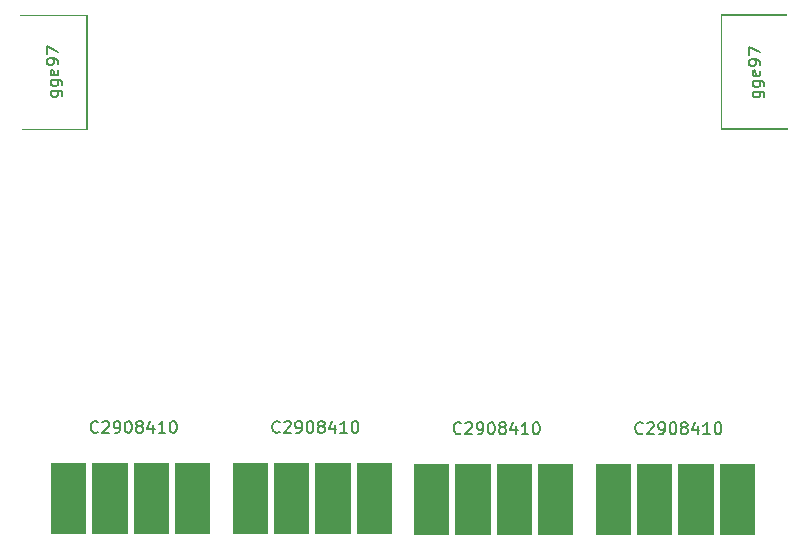
<source format=gbr>
%TF.GenerationSoftware,KiCad,Pcbnew,(6.0.9)*%
%TF.CreationDate,2023-11-09T13:22:23+05:30*%
%TF.ProjectId,Modular-I2C-4PxRJ45-Relay-Driver,4d6f6475-6c61-4722-9d49-32432d345078,2*%
%TF.SameCoordinates,Original*%
%TF.FileFunction,Other,Comment*%
%FSLAX46Y46*%
G04 Gerber Fmt 4.6, Leading zero omitted, Abs format (unit mm)*
G04 Created by KiCad (PCBNEW (6.0.9)) date 2023-11-09 13:22:23*
%MOMM*%
%LPD*%
G01*
G04 APERTURE LIST*
%ADD10C,0.150000*%
G04 APERTURE END LIST*
D10*
%TO.C,J14*%
X149848590Y-91146042D02*
X149800971Y-91193661D01*
X149658114Y-91241280D01*
X149562876Y-91241280D01*
X149420019Y-91193661D01*
X149324780Y-91098423D01*
X149277161Y-91003185D01*
X149229542Y-90812709D01*
X149229542Y-90669852D01*
X149277161Y-90479376D01*
X149324780Y-90384138D01*
X149420019Y-90288900D01*
X149562876Y-90241280D01*
X149658114Y-90241280D01*
X149800971Y-90288900D01*
X149848590Y-90336519D01*
X150229542Y-90336519D02*
X150277161Y-90288900D01*
X150372400Y-90241280D01*
X150610495Y-90241280D01*
X150705733Y-90288900D01*
X150753352Y-90336519D01*
X150800971Y-90431757D01*
X150800971Y-90526995D01*
X150753352Y-90669852D01*
X150181923Y-91241280D01*
X150800971Y-91241280D01*
X151277161Y-91241280D02*
X151467638Y-91241280D01*
X151562876Y-91193661D01*
X151610495Y-91146042D01*
X151705733Y-91003185D01*
X151753352Y-90812709D01*
X151753352Y-90431757D01*
X151705733Y-90336519D01*
X151658114Y-90288900D01*
X151562876Y-90241280D01*
X151372400Y-90241280D01*
X151277161Y-90288900D01*
X151229542Y-90336519D01*
X151181923Y-90431757D01*
X151181923Y-90669852D01*
X151229542Y-90765090D01*
X151277161Y-90812709D01*
X151372400Y-90860328D01*
X151562876Y-90860328D01*
X151658114Y-90812709D01*
X151705733Y-90765090D01*
X151753352Y-90669852D01*
X152372400Y-90241280D02*
X152467638Y-90241280D01*
X152562876Y-90288900D01*
X152610495Y-90336519D01*
X152658114Y-90431757D01*
X152705733Y-90622233D01*
X152705733Y-90860328D01*
X152658114Y-91050804D01*
X152610495Y-91146042D01*
X152562876Y-91193661D01*
X152467638Y-91241280D01*
X152372400Y-91241280D01*
X152277161Y-91193661D01*
X152229542Y-91146042D01*
X152181923Y-91050804D01*
X152134304Y-90860328D01*
X152134304Y-90622233D01*
X152181923Y-90431757D01*
X152229542Y-90336519D01*
X152277161Y-90288900D01*
X152372400Y-90241280D01*
X153277161Y-90669852D02*
X153181923Y-90622233D01*
X153134304Y-90574614D01*
X153086685Y-90479376D01*
X153086685Y-90431757D01*
X153134304Y-90336519D01*
X153181923Y-90288900D01*
X153277161Y-90241280D01*
X153467638Y-90241280D01*
X153562876Y-90288900D01*
X153610495Y-90336519D01*
X153658114Y-90431757D01*
X153658114Y-90479376D01*
X153610495Y-90574614D01*
X153562876Y-90622233D01*
X153467638Y-90669852D01*
X153277161Y-90669852D01*
X153181923Y-90717471D01*
X153134304Y-90765090D01*
X153086685Y-90860328D01*
X153086685Y-91050804D01*
X153134304Y-91146042D01*
X153181923Y-91193661D01*
X153277161Y-91241280D01*
X153467638Y-91241280D01*
X153562876Y-91193661D01*
X153610495Y-91146042D01*
X153658114Y-91050804D01*
X153658114Y-90860328D01*
X153610495Y-90765090D01*
X153562876Y-90717471D01*
X153467638Y-90669852D01*
X154515257Y-90574614D02*
X154515257Y-91241280D01*
X154277161Y-90193661D02*
X154039066Y-90907947D01*
X154658114Y-90907947D01*
X155562876Y-91241280D02*
X154991447Y-91241280D01*
X155277161Y-91241280D02*
X155277161Y-90241280D01*
X155181923Y-90384138D01*
X155086685Y-90479376D01*
X154991447Y-90526995D01*
X156181923Y-90241280D02*
X156277161Y-90241280D01*
X156372400Y-90288900D01*
X156420019Y-90336519D01*
X156467638Y-90431757D01*
X156515257Y-90622233D01*
X156515257Y-90860328D01*
X156467638Y-91050804D01*
X156420019Y-91146042D01*
X156372400Y-91193661D01*
X156277161Y-91241280D01*
X156181923Y-91241280D01*
X156086685Y-91193661D01*
X156039066Y-91146042D01*
X155991447Y-91050804D01*
X155943828Y-90860328D01*
X155943828Y-90622233D01*
X155991447Y-90431757D01*
X156039066Y-90336519D01*
X156086685Y-90288900D01*
X156181923Y-90241280D01*
%TO.C,J13*%
X134456190Y-91146042D02*
X134408571Y-91193661D01*
X134265714Y-91241280D01*
X134170476Y-91241280D01*
X134027619Y-91193661D01*
X133932380Y-91098423D01*
X133884761Y-91003185D01*
X133837142Y-90812709D01*
X133837142Y-90669852D01*
X133884761Y-90479376D01*
X133932380Y-90384138D01*
X134027619Y-90288900D01*
X134170476Y-90241280D01*
X134265714Y-90241280D01*
X134408571Y-90288900D01*
X134456190Y-90336519D01*
X134837142Y-90336519D02*
X134884761Y-90288900D01*
X134980000Y-90241280D01*
X135218095Y-90241280D01*
X135313333Y-90288900D01*
X135360952Y-90336519D01*
X135408571Y-90431757D01*
X135408571Y-90526995D01*
X135360952Y-90669852D01*
X134789523Y-91241280D01*
X135408571Y-91241280D01*
X135884761Y-91241280D02*
X136075238Y-91241280D01*
X136170476Y-91193661D01*
X136218095Y-91146042D01*
X136313333Y-91003185D01*
X136360952Y-90812709D01*
X136360952Y-90431757D01*
X136313333Y-90336519D01*
X136265714Y-90288900D01*
X136170476Y-90241280D01*
X135980000Y-90241280D01*
X135884761Y-90288900D01*
X135837142Y-90336519D01*
X135789523Y-90431757D01*
X135789523Y-90669852D01*
X135837142Y-90765090D01*
X135884761Y-90812709D01*
X135980000Y-90860328D01*
X136170476Y-90860328D01*
X136265714Y-90812709D01*
X136313333Y-90765090D01*
X136360952Y-90669852D01*
X136980000Y-90241280D02*
X137075238Y-90241280D01*
X137170476Y-90288900D01*
X137218095Y-90336519D01*
X137265714Y-90431757D01*
X137313333Y-90622233D01*
X137313333Y-90860328D01*
X137265714Y-91050804D01*
X137218095Y-91146042D01*
X137170476Y-91193661D01*
X137075238Y-91241280D01*
X136980000Y-91241280D01*
X136884761Y-91193661D01*
X136837142Y-91146042D01*
X136789523Y-91050804D01*
X136741904Y-90860328D01*
X136741904Y-90622233D01*
X136789523Y-90431757D01*
X136837142Y-90336519D01*
X136884761Y-90288900D01*
X136980000Y-90241280D01*
X137884761Y-90669852D02*
X137789523Y-90622233D01*
X137741904Y-90574614D01*
X137694285Y-90479376D01*
X137694285Y-90431757D01*
X137741904Y-90336519D01*
X137789523Y-90288900D01*
X137884761Y-90241280D01*
X138075238Y-90241280D01*
X138170476Y-90288900D01*
X138218095Y-90336519D01*
X138265714Y-90431757D01*
X138265714Y-90479376D01*
X138218095Y-90574614D01*
X138170476Y-90622233D01*
X138075238Y-90669852D01*
X137884761Y-90669852D01*
X137789523Y-90717471D01*
X137741904Y-90765090D01*
X137694285Y-90860328D01*
X137694285Y-91050804D01*
X137741904Y-91146042D01*
X137789523Y-91193661D01*
X137884761Y-91241280D01*
X138075238Y-91241280D01*
X138170476Y-91193661D01*
X138218095Y-91146042D01*
X138265714Y-91050804D01*
X138265714Y-90860328D01*
X138218095Y-90765090D01*
X138170476Y-90717471D01*
X138075238Y-90669852D01*
X139122857Y-90574614D02*
X139122857Y-91241280D01*
X138884761Y-90193661D02*
X138646666Y-90907947D01*
X139265714Y-90907947D01*
X140170476Y-91241280D02*
X139599047Y-91241280D01*
X139884761Y-91241280D02*
X139884761Y-90241280D01*
X139789523Y-90384138D01*
X139694285Y-90479376D01*
X139599047Y-90526995D01*
X140789523Y-90241280D02*
X140884761Y-90241280D01*
X140980000Y-90288900D01*
X141027619Y-90336519D01*
X141075238Y-90431757D01*
X141122857Y-90622233D01*
X141122857Y-90860328D01*
X141075238Y-91050804D01*
X141027619Y-91146042D01*
X140980000Y-91193661D01*
X140884761Y-91241280D01*
X140789523Y-91241280D01*
X140694285Y-91193661D01*
X140646666Y-91146042D01*
X140599047Y-91050804D01*
X140551428Y-90860328D01*
X140551428Y-90622233D01*
X140599047Y-90431757D01*
X140646666Y-90336519D01*
X140694285Y-90288900D01*
X140789523Y-90241280D01*
%TO.C,J12*%
X119114590Y-91044442D02*
X119066971Y-91092061D01*
X118924114Y-91139680D01*
X118828876Y-91139680D01*
X118686019Y-91092061D01*
X118590780Y-90996823D01*
X118543161Y-90901585D01*
X118495542Y-90711109D01*
X118495542Y-90568252D01*
X118543161Y-90377776D01*
X118590780Y-90282538D01*
X118686019Y-90187300D01*
X118828876Y-90139680D01*
X118924114Y-90139680D01*
X119066971Y-90187300D01*
X119114590Y-90234919D01*
X119495542Y-90234919D02*
X119543161Y-90187300D01*
X119638400Y-90139680D01*
X119876495Y-90139680D01*
X119971733Y-90187300D01*
X120019352Y-90234919D01*
X120066971Y-90330157D01*
X120066971Y-90425395D01*
X120019352Y-90568252D01*
X119447923Y-91139680D01*
X120066971Y-91139680D01*
X120543161Y-91139680D02*
X120733638Y-91139680D01*
X120828876Y-91092061D01*
X120876495Y-91044442D01*
X120971733Y-90901585D01*
X121019352Y-90711109D01*
X121019352Y-90330157D01*
X120971733Y-90234919D01*
X120924114Y-90187300D01*
X120828876Y-90139680D01*
X120638400Y-90139680D01*
X120543161Y-90187300D01*
X120495542Y-90234919D01*
X120447923Y-90330157D01*
X120447923Y-90568252D01*
X120495542Y-90663490D01*
X120543161Y-90711109D01*
X120638400Y-90758728D01*
X120828876Y-90758728D01*
X120924114Y-90711109D01*
X120971733Y-90663490D01*
X121019352Y-90568252D01*
X121638400Y-90139680D02*
X121733638Y-90139680D01*
X121828876Y-90187300D01*
X121876495Y-90234919D01*
X121924114Y-90330157D01*
X121971733Y-90520633D01*
X121971733Y-90758728D01*
X121924114Y-90949204D01*
X121876495Y-91044442D01*
X121828876Y-91092061D01*
X121733638Y-91139680D01*
X121638400Y-91139680D01*
X121543161Y-91092061D01*
X121495542Y-91044442D01*
X121447923Y-90949204D01*
X121400304Y-90758728D01*
X121400304Y-90520633D01*
X121447923Y-90330157D01*
X121495542Y-90234919D01*
X121543161Y-90187300D01*
X121638400Y-90139680D01*
X122543161Y-90568252D02*
X122447923Y-90520633D01*
X122400304Y-90473014D01*
X122352685Y-90377776D01*
X122352685Y-90330157D01*
X122400304Y-90234919D01*
X122447923Y-90187300D01*
X122543161Y-90139680D01*
X122733638Y-90139680D01*
X122828876Y-90187300D01*
X122876495Y-90234919D01*
X122924114Y-90330157D01*
X122924114Y-90377776D01*
X122876495Y-90473014D01*
X122828876Y-90520633D01*
X122733638Y-90568252D01*
X122543161Y-90568252D01*
X122447923Y-90615871D01*
X122400304Y-90663490D01*
X122352685Y-90758728D01*
X122352685Y-90949204D01*
X122400304Y-91044442D01*
X122447923Y-91092061D01*
X122543161Y-91139680D01*
X122733638Y-91139680D01*
X122828876Y-91092061D01*
X122876495Y-91044442D01*
X122924114Y-90949204D01*
X122924114Y-90758728D01*
X122876495Y-90663490D01*
X122828876Y-90615871D01*
X122733638Y-90568252D01*
X123781257Y-90473014D02*
X123781257Y-91139680D01*
X123543161Y-90092061D02*
X123305066Y-90806347D01*
X123924114Y-90806347D01*
X124828876Y-91139680D02*
X124257447Y-91139680D01*
X124543161Y-91139680D02*
X124543161Y-90139680D01*
X124447923Y-90282538D01*
X124352685Y-90377776D01*
X124257447Y-90425395D01*
X125447923Y-90139680D02*
X125543161Y-90139680D01*
X125638400Y-90187300D01*
X125686019Y-90234919D01*
X125733638Y-90330157D01*
X125781257Y-90520633D01*
X125781257Y-90758728D01*
X125733638Y-90949204D01*
X125686019Y-91044442D01*
X125638400Y-91092061D01*
X125543161Y-91139680D01*
X125447923Y-91139680D01*
X125352685Y-91092061D01*
X125305066Y-91044442D01*
X125257447Y-90949204D01*
X125209828Y-90758728D01*
X125209828Y-90520633D01*
X125257447Y-90330157D01*
X125305066Y-90234919D01*
X125352685Y-90187300D01*
X125447923Y-90139680D01*
%TO.C,J11*%
X103722190Y-91044442D02*
X103674571Y-91092061D01*
X103531714Y-91139680D01*
X103436476Y-91139680D01*
X103293619Y-91092061D01*
X103198380Y-90996823D01*
X103150761Y-90901585D01*
X103103142Y-90711109D01*
X103103142Y-90568252D01*
X103150761Y-90377776D01*
X103198380Y-90282538D01*
X103293619Y-90187300D01*
X103436476Y-90139680D01*
X103531714Y-90139680D01*
X103674571Y-90187300D01*
X103722190Y-90234919D01*
X104103142Y-90234919D02*
X104150761Y-90187300D01*
X104246000Y-90139680D01*
X104484095Y-90139680D01*
X104579333Y-90187300D01*
X104626952Y-90234919D01*
X104674571Y-90330157D01*
X104674571Y-90425395D01*
X104626952Y-90568252D01*
X104055523Y-91139680D01*
X104674571Y-91139680D01*
X105150761Y-91139680D02*
X105341238Y-91139680D01*
X105436476Y-91092061D01*
X105484095Y-91044442D01*
X105579333Y-90901585D01*
X105626952Y-90711109D01*
X105626952Y-90330157D01*
X105579333Y-90234919D01*
X105531714Y-90187300D01*
X105436476Y-90139680D01*
X105246000Y-90139680D01*
X105150761Y-90187300D01*
X105103142Y-90234919D01*
X105055523Y-90330157D01*
X105055523Y-90568252D01*
X105103142Y-90663490D01*
X105150761Y-90711109D01*
X105246000Y-90758728D01*
X105436476Y-90758728D01*
X105531714Y-90711109D01*
X105579333Y-90663490D01*
X105626952Y-90568252D01*
X106246000Y-90139680D02*
X106341238Y-90139680D01*
X106436476Y-90187300D01*
X106484095Y-90234919D01*
X106531714Y-90330157D01*
X106579333Y-90520633D01*
X106579333Y-90758728D01*
X106531714Y-90949204D01*
X106484095Y-91044442D01*
X106436476Y-91092061D01*
X106341238Y-91139680D01*
X106246000Y-91139680D01*
X106150761Y-91092061D01*
X106103142Y-91044442D01*
X106055523Y-90949204D01*
X106007904Y-90758728D01*
X106007904Y-90520633D01*
X106055523Y-90330157D01*
X106103142Y-90234919D01*
X106150761Y-90187300D01*
X106246000Y-90139680D01*
X107150761Y-90568252D02*
X107055523Y-90520633D01*
X107007904Y-90473014D01*
X106960285Y-90377776D01*
X106960285Y-90330157D01*
X107007904Y-90234919D01*
X107055523Y-90187300D01*
X107150761Y-90139680D01*
X107341238Y-90139680D01*
X107436476Y-90187300D01*
X107484095Y-90234919D01*
X107531714Y-90330157D01*
X107531714Y-90377776D01*
X107484095Y-90473014D01*
X107436476Y-90520633D01*
X107341238Y-90568252D01*
X107150761Y-90568252D01*
X107055523Y-90615871D01*
X107007904Y-90663490D01*
X106960285Y-90758728D01*
X106960285Y-90949204D01*
X107007904Y-91044442D01*
X107055523Y-91092061D01*
X107150761Y-91139680D01*
X107341238Y-91139680D01*
X107436476Y-91092061D01*
X107484095Y-91044442D01*
X107531714Y-90949204D01*
X107531714Y-90758728D01*
X107484095Y-90663490D01*
X107436476Y-90615871D01*
X107341238Y-90568252D01*
X108388857Y-90473014D02*
X108388857Y-91139680D01*
X108150761Y-90092061D02*
X107912666Y-90806347D01*
X108531714Y-90806347D01*
X109436476Y-91139680D02*
X108865047Y-91139680D01*
X109150761Y-91139680D02*
X109150761Y-90139680D01*
X109055523Y-90282538D01*
X108960285Y-90377776D01*
X108865047Y-90425395D01*
X110055523Y-90139680D02*
X110150761Y-90139680D01*
X110246000Y-90187300D01*
X110293619Y-90234919D01*
X110341238Y-90330157D01*
X110388857Y-90520633D01*
X110388857Y-90758728D01*
X110341238Y-90949204D01*
X110293619Y-91044442D01*
X110246000Y-91092061D01*
X110150761Y-91139680D01*
X110055523Y-91139680D01*
X109960285Y-91092061D01*
X109912666Y-91044442D01*
X109865047Y-90949204D01*
X109817428Y-90758728D01*
X109817428Y-90520633D01*
X109865047Y-90330157D01*
X109912666Y-90234919D01*
X109960285Y-90187300D01*
X110055523Y-90139680D01*
%TO.C,J4*%
X159153614Y-62253847D02*
X159963138Y-62253847D01*
X160058376Y-62301466D01*
X160105995Y-62349085D01*
X160153614Y-62444323D01*
X160153614Y-62587180D01*
X160105995Y-62682419D01*
X159772661Y-62253847D02*
X159820280Y-62349085D01*
X159820280Y-62539561D01*
X159772661Y-62634800D01*
X159725042Y-62682419D01*
X159629804Y-62730038D01*
X159344090Y-62730038D01*
X159248852Y-62682419D01*
X159201233Y-62634800D01*
X159153614Y-62539561D01*
X159153614Y-62349085D01*
X159201233Y-62253847D01*
X159153614Y-61349085D02*
X159963138Y-61349085D01*
X160058376Y-61396704D01*
X160105995Y-61444323D01*
X160153614Y-61539561D01*
X160153614Y-61682419D01*
X160105995Y-61777657D01*
X159772661Y-61349085D02*
X159820280Y-61444323D01*
X159820280Y-61634800D01*
X159772661Y-61730038D01*
X159725042Y-61777657D01*
X159629804Y-61825276D01*
X159344090Y-61825276D01*
X159248852Y-61777657D01*
X159201233Y-61730038D01*
X159153614Y-61634800D01*
X159153614Y-61444323D01*
X159201233Y-61349085D01*
X159772661Y-60491942D02*
X159820280Y-60587180D01*
X159820280Y-60777657D01*
X159772661Y-60872895D01*
X159677423Y-60920514D01*
X159296471Y-60920514D01*
X159201233Y-60872895D01*
X159153614Y-60777657D01*
X159153614Y-60587180D01*
X159201233Y-60491942D01*
X159296471Y-60444323D01*
X159391709Y-60444323D01*
X159486947Y-60920514D01*
X159820280Y-59968133D02*
X159820280Y-59777657D01*
X159772661Y-59682419D01*
X159725042Y-59634800D01*
X159582185Y-59539561D01*
X159391709Y-59491942D01*
X159010757Y-59491942D01*
X158915519Y-59539561D01*
X158867900Y-59587180D01*
X158820280Y-59682419D01*
X158820280Y-59872895D01*
X158867900Y-59968133D01*
X158915519Y-60015752D01*
X159010757Y-60063371D01*
X159248852Y-60063371D01*
X159344090Y-60015752D01*
X159391709Y-59968133D01*
X159439328Y-59872895D01*
X159439328Y-59682419D01*
X159391709Y-59587180D01*
X159344090Y-59539561D01*
X159248852Y-59491942D01*
X158820280Y-59158609D02*
X158820280Y-58491942D01*
X159820280Y-58920514D01*
%TO.C,J3*%
X99724514Y-62187847D02*
X100534038Y-62187847D01*
X100629276Y-62235466D01*
X100676895Y-62283085D01*
X100724514Y-62378323D01*
X100724514Y-62521180D01*
X100676895Y-62616419D01*
X100343561Y-62187847D02*
X100391180Y-62283085D01*
X100391180Y-62473561D01*
X100343561Y-62568800D01*
X100295942Y-62616419D01*
X100200704Y-62664038D01*
X99914990Y-62664038D01*
X99819752Y-62616419D01*
X99772133Y-62568800D01*
X99724514Y-62473561D01*
X99724514Y-62283085D01*
X99772133Y-62187847D01*
X99724514Y-61283085D02*
X100534038Y-61283085D01*
X100629276Y-61330704D01*
X100676895Y-61378323D01*
X100724514Y-61473561D01*
X100724514Y-61616419D01*
X100676895Y-61711657D01*
X100343561Y-61283085D02*
X100391180Y-61378323D01*
X100391180Y-61568800D01*
X100343561Y-61664038D01*
X100295942Y-61711657D01*
X100200704Y-61759276D01*
X99914990Y-61759276D01*
X99819752Y-61711657D01*
X99772133Y-61664038D01*
X99724514Y-61568800D01*
X99724514Y-61378323D01*
X99772133Y-61283085D01*
X100343561Y-60425942D02*
X100391180Y-60521180D01*
X100391180Y-60711657D01*
X100343561Y-60806895D01*
X100248323Y-60854514D01*
X99867371Y-60854514D01*
X99772133Y-60806895D01*
X99724514Y-60711657D01*
X99724514Y-60521180D01*
X99772133Y-60425942D01*
X99867371Y-60378323D01*
X99962609Y-60378323D01*
X100057847Y-60854514D01*
X100391180Y-59902133D02*
X100391180Y-59711657D01*
X100343561Y-59616419D01*
X100295942Y-59568800D01*
X100153085Y-59473561D01*
X99962609Y-59425942D01*
X99581657Y-59425942D01*
X99486419Y-59473561D01*
X99438800Y-59521180D01*
X99391180Y-59616419D01*
X99391180Y-59806895D01*
X99438800Y-59902133D01*
X99486419Y-59949752D01*
X99581657Y-59997371D01*
X99819752Y-59997371D01*
X99914990Y-59949752D01*
X99962609Y-59902133D01*
X100010228Y-59806895D01*
X100010228Y-59616419D01*
X99962609Y-59521180D01*
X99914990Y-59473561D01*
X99819752Y-59425942D01*
X99391180Y-59092609D02*
X99391180Y-58425942D01*
X100391180Y-58854514D01*
%TO.C,J14*%
G36*
X159372400Y-99788900D02*
G01*
X156372400Y-99788900D01*
X156372400Y-93788900D01*
X159372400Y-93788900D01*
X159372400Y-99788900D01*
G37*
G36*
X155872400Y-99788900D02*
G01*
X152872400Y-99788900D01*
X152872400Y-93788900D01*
X155872400Y-93788900D01*
X155872400Y-99788900D01*
G37*
G36*
X152372400Y-99788900D02*
G01*
X149372400Y-99788900D01*
X149372400Y-93788900D01*
X152372400Y-93788900D01*
X152372400Y-99788900D01*
G37*
G36*
X148872400Y-99788900D02*
G01*
X145872400Y-99788900D01*
X145872400Y-93788900D01*
X148872400Y-93788900D01*
X148872400Y-99788900D01*
G37*
%TO.C,J13*%
G36*
X143980000Y-99788900D02*
G01*
X140980000Y-99788900D01*
X140980000Y-93788900D01*
X143980000Y-93788900D01*
X143980000Y-99788900D01*
G37*
G36*
X140480000Y-99788900D02*
G01*
X137480000Y-99788900D01*
X137480000Y-93788900D01*
X140480000Y-93788900D01*
X140480000Y-99788900D01*
G37*
G36*
X136980000Y-99788900D02*
G01*
X133980000Y-99788900D01*
X133980000Y-93788900D01*
X136980000Y-93788900D01*
X136980000Y-99788900D01*
G37*
G36*
X133480000Y-99788900D02*
G01*
X130480000Y-99788900D01*
X130480000Y-93788900D01*
X133480000Y-93788900D01*
X133480000Y-99788900D01*
G37*
%TO.C,J12*%
G36*
X128638400Y-99687300D02*
G01*
X125638400Y-99687300D01*
X125638400Y-93687300D01*
X128638400Y-93687300D01*
X128638400Y-99687300D01*
G37*
G36*
X125138400Y-99687300D02*
G01*
X122138400Y-99687300D01*
X122138400Y-93687300D01*
X125138400Y-93687300D01*
X125138400Y-99687300D01*
G37*
G36*
X121638400Y-99687300D02*
G01*
X118638400Y-99687300D01*
X118638400Y-93687300D01*
X121638400Y-93687300D01*
X121638400Y-99687300D01*
G37*
G36*
X118138400Y-99687300D02*
G01*
X115138400Y-99687300D01*
X115138400Y-93687300D01*
X118138400Y-93687300D01*
X118138400Y-99687300D01*
G37*
%TO.C,J11*%
G36*
X113246000Y-99687300D02*
G01*
X110246000Y-99687300D01*
X110246000Y-93687300D01*
X113246000Y-93687300D01*
X113246000Y-99687300D01*
G37*
G36*
X109746000Y-99687300D02*
G01*
X106746000Y-99687300D01*
X106746000Y-93687300D01*
X109746000Y-93687300D01*
X109746000Y-99687300D01*
G37*
G36*
X106246000Y-99687300D02*
G01*
X103246000Y-99687300D01*
X103246000Y-93687300D01*
X106246000Y-93687300D01*
X106246000Y-99687300D01*
G37*
G36*
X102746000Y-99687300D02*
G01*
X99746000Y-99687300D01*
X99746000Y-93687300D01*
X102746000Y-93687300D01*
X102746000Y-99687300D01*
G37*
%TO.C,J4*%
G36*
X162034900Y-55808800D02*
G01*
X156573900Y-55808800D01*
X156573900Y-65333800D01*
X162161900Y-65333800D01*
X162161900Y-65460800D01*
X156446900Y-65460800D01*
X156446900Y-55681800D01*
X162034900Y-55681800D01*
X162034900Y-55808800D01*
G37*
%TO.C,J3*%
G36*
X102859800Y-65521800D02*
G01*
X97271800Y-65521800D01*
X97271800Y-65394800D01*
X102732800Y-65394800D01*
X102732800Y-55869800D01*
X97144800Y-55869800D01*
X97144800Y-55742800D01*
X102859800Y-55742800D01*
X102859800Y-65521800D01*
G37*
%TD*%
M02*

</source>
